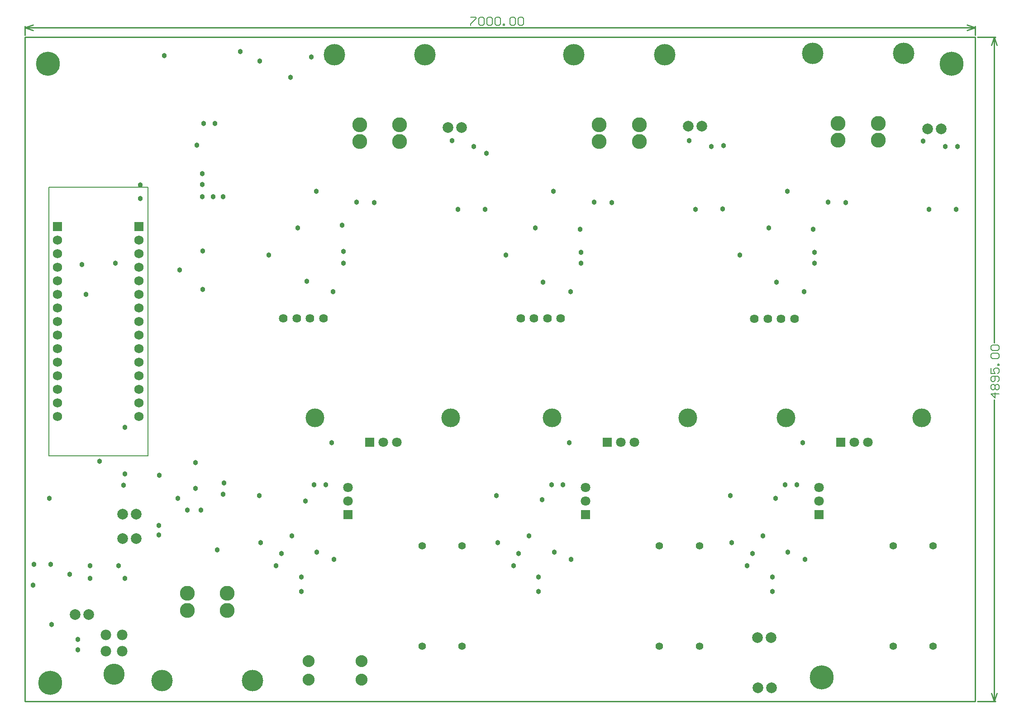
<source format=gbs>
G04*
G04 #@! TF.GenerationSoftware,Altium Limited,Altium Designer,21.9.2 (33)*
G04*
G04 Layer_Color=16711935*
%FSLAX25Y25*%
%MOIN*%
G70*
G04*
G04 #@! TF.SameCoordinates,20C0D9CC-F100-46A5-AC51-F6AD6B347EFB*
G04*
G04*
G04 #@! TF.FilePolarity,Negative*
G04*
G01*
G75*
%ADD12C,0.01000*%
%ADD15C,0.00500*%
%ADD17C,0.00600*%
%ADD50C,0.03800*%
%ADD64C,0.07887*%
%ADD65C,0.06400*%
%ADD66C,0.10958*%
%ADD67C,0.15800*%
%ADD68C,0.17729*%
%ADD69C,0.06824*%
%ADD70R,0.06824X0.06824*%
%ADD71C,0.07800*%
%ADD72C,0.15600*%
%ADD73C,0.05524*%
%ADD74C,0.13800*%
%ADD75R,0.07099X0.07099*%
%ADD76C,0.07099*%
%ADD77R,0.07099X0.07099*%
%ADD78C,0.08800*%
D12*
Y0D02*
Y489500D01*
X700000D01*
Y0D02*
Y489500D01*
X0Y0D02*
X700000D01*
X712000Y6000D02*
X714000Y0D01*
X716000Y6000D01*
X714000Y489500D02*
X716000Y483500D01*
X712000D02*
X714000Y489500D01*
Y0D02*
Y222056D01*
Y264244D02*
Y489500D01*
X701500Y0D02*
X715000D01*
X701500Y489500D02*
X715000D01*
X0Y496500D02*
X6000Y498500D01*
X0Y496500D02*
X6000Y494500D01*
X694000D02*
X700000Y496500D01*
X694000Y498500D02*
X700000Y496500D01*
X0D02*
X700000D01*
X0D02*
X700000D01*
X0Y491000D02*
Y497500D01*
X700000Y491000D02*
Y497500D01*
D15*
X17504Y181004D02*
X90496D01*
Y378996D01*
X17504D02*
X90496D01*
X17504Y181004D02*
Y378996D01*
Y181004D02*
X90496D01*
Y378996D01*
X17504D02*
X90496D01*
X17504Y181004D02*
Y378996D01*
D17*
X717599Y226655D02*
X711601D01*
X714600Y223656D01*
Y227655D01*
X712601Y229654D02*
X711601Y230654D01*
Y232653D01*
X712601Y233653D01*
X713600D01*
X714600Y232653D01*
X715600Y233653D01*
X716599D01*
X717599Y232653D01*
Y230654D01*
X716599Y229654D01*
X715600D01*
X714600Y230654D01*
X713600Y229654D01*
X712601D01*
X714600Y230654D02*
Y232653D01*
X716599Y235652D02*
X717599Y236652D01*
Y238651D01*
X716599Y239651D01*
X712601D01*
X711601Y238651D01*
Y236652D01*
X712601Y235652D01*
X713600D01*
X714600Y236652D01*
Y239651D01*
X711601Y245649D02*
Y241651D01*
X714600D01*
X713600Y243650D01*
Y244650D01*
X714600Y245649D01*
X716599D01*
X717599Y244650D01*
Y242650D01*
X716599Y241651D01*
X717599Y247649D02*
X716599D01*
Y248648D01*
X717599D01*
Y247649D01*
X712601Y252647D02*
X711601Y253647D01*
Y255646D01*
X712601Y256646D01*
X716599D01*
X717599Y255646D01*
Y253647D01*
X716599Y252647D01*
X712601D01*
Y258645D02*
X711601Y259645D01*
Y261644D01*
X712601Y262644D01*
X716599D01*
X717599Y261644D01*
Y259645D01*
X716599Y258645D01*
X712601D01*
X328100Y504098D02*
X332099D01*
Y503098D01*
X328100Y499100D01*
Y498100D01*
X334098Y503098D02*
X335098Y504098D01*
X337097D01*
X338097Y503098D01*
Y499100D01*
X337097Y498100D01*
X335098D01*
X334098Y499100D01*
Y503098D01*
X340096D02*
X341096Y504098D01*
X343095D01*
X344095Y503098D01*
Y499100D01*
X343095Y498100D01*
X341096D01*
X340096Y499100D01*
Y503098D01*
X346094D02*
X347094Y504098D01*
X349093D01*
X350093Y503098D01*
Y499100D01*
X349093Y498100D01*
X347094D01*
X346094Y499100D01*
Y503098D01*
X352092Y498100D02*
Y499100D01*
X353092D01*
Y498100D01*
X352092D01*
X357091Y503098D02*
X358090Y504098D01*
X360090D01*
X361089Y503098D01*
Y499100D01*
X360090Y498100D01*
X358090D01*
X357091Y499100D01*
Y503098D01*
X363089D02*
X364088Y504098D01*
X366088D01*
X367087Y503098D01*
Y499100D01*
X366088Y498100D01*
X364088D01*
X363089Y499100D01*
Y503098D01*
D50*
X581500Y323000D02*
D03*
Y330760D02*
D03*
X234500Y331500D02*
D03*
Y323000D02*
D03*
X409500D02*
D03*
Y331000D02*
D03*
X233500Y351000D02*
D03*
X409000Y348000D02*
D03*
X580500D02*
D03*
X340000Y404000D02*
D03*
X173000Y472000D02*
D03*
X158500Y479000D02*
D03*
X206500Y147500D02*
D03*
X381000Y148500D02*
D03*
X553000Y149500D02*
D03*
X179461Y329000D02*
D03*
X99000Y166500D02*
D03*
X112500Y149500D02*
D03*
X72681Y159181D02*
D03*
X54931Y176931D02*
D03*
X141500Y111500D02*
D03*
X98500Y129500D02*
D03*
Y122500D02*
D03*
X129500Y141000D02*
D03*
X125500Y157000D02*
D03*
X146000Y152500D02*
D03*
X146500Y161000D02*
D03*
X19000Y101000D02*
D03*
X33000Y93500D02*
D03*
X18000Y149500D02*
D03*
X69000Y100000D02*
D03*
X73500Y90500D02*
D03*
X48000Y100000D02*
D03*
Y90500D02*
D03*
X6000Y85500D02*
D03*
X45000Y300000D02*
D03*
X6500Y101000D02*
D03*
X19500Y56500D02*
D03*
X39000Y45500D02*
D03*
Y38000D02*
D03*
X131000Y332000D02*
D03*
Y303500D02*
D03*
X114000Y318000D02*
D03*
X119500Y141000D02*
D03*
X553500Y309000D02*
D03*
X125500Y176000D02*
D03*
X381500Y309000D02*
D03*
X207500Y309500D02*
D03*
X73500Y167500D02*
D03*
X66500Y323000D02*
D03*
X42000Y322000D02*
D03*
X73500Y202000D02*
D03*
X172461Y151520D02*
D03*
X85000Y370500D02*
D03*
Y380500D02*
D03*
X514500Y409500D02*
D03*
X375819Y349000D02*
D03*
X526500Y329000D02*
D03*
X354319D02*
D03*
X432158Y367433D02*
D03*
X419158Y367933D02*
D03*
X401819Y302000D02*
D03*
X400819Y190500D02*
D03*
X505569Y408931D02*
D03*
X389319Y376000D02*
D03*
X493819Y362500D02*
D03*
X513816Y362720D02*
D03*
X548000Y349000D02*
D03*
X200961Y349020D02*
D03*
X226961Y302020D02*
D03*
X687000Y409000D02*
D03*
X145762Y371800D02*
D03*
X138500D02*
D03*
X130500D02*
D03*
Y380883D02*
D03*
Y389000D02*
D03*
X195500Y460000D02*
D03*
X211000Y475000D02*
D03*
X102500Y476000D02*
D03*
X140000Y426000D02*
D03*
X131500D02*
D03*
X126500Y410000D02*
D03*
X389819Y110000D02*
D03*
X378319Y91500D02*
D03*
X348319Y117000D02*
D03*
X359819Y100000D02*
D03*
X363657Y108933D02*
D03*
X184961Y100020D02*
D03*
X188799Y108953D02*
D03*
X203461Y81020D02*
D03*
X221461Y159520D02*
D03*
X212961D02*
D03*
X225961Y190520D02*
D03*
X338961Y362520D02*
D03*
X330653Y408910D02*
D03*
X314400Y413200D02*
D03*
X318961Y362520D02*
D03*
X214461Y376020D02*
D03*
X257242Y367413D02*
D03*
X203461Y91520D02*
D03*
X173461Y117020D02*
D03*
X196461Y122020D02*
D03*
X227461Y104520D02*
D03*
X214961Y110020D02*
D03*
X378319Y81000D02*
D03*
X396319Y159500D02*
D03*
X387819D02*
D03*
X371319Y122000D02*
D03*
X347319Y151500D02*
D03*
X402319Y104500D02*
D03*
X489316Y413221D02*
D03*
X244241Y367913D02*
D03*
X520500Y117000D02*
D03*
X519500Y151500D02*
D03*
X573000Y190500D02*
D03*
X568500Y159500D02*
D03*
X560000D02*
D03*
X543500Y122000D02*
D03*
X550500Y81000D02*
D03*
Y91500D02*
D03*
X532000Y100000D02*
D03*
X536000Y109000D02*
D03*
X562000Y110000D02*
D03*
X574500Y104500D02*
D03*
X561500Y376000D02*
D03*
X574000Y302000D02*
D03*
X604500Y367500D02*
D03*
X591500Y368000D02*
D03*
X686000Y362500D02*
D03*
X666000D02*
D03*
X677753Y408710D02*
D03*
X661500Y413000D02*
D03*
D64*
X72000Y120000D02*
D03*
X82000D02*
D03*
X72000Y138000D02*
D03*
X82000D02*
D03*
X488500Y424000D02*
D03*
X498500D02*
D03*
X311500Y423000D02*
D03*
X321500D02*
D03*
X675000Y422000D02*
D03*
X665000D02*
D03*
X540000Y10000D02*
D03*
X550000D02*
D03*
X539500Y47000D02*
D03*
X549500D02*
D03*
X47000Y64000D02*
D03*
X37000D02*
D03*
D65*
X394658Y282221D02*
D03*
X384816D02*
D03*
X374974D02*
D03*
X365132D02*
D03*
X219742Y282200D02*
D03*
X209900D02*
D03*
X200058D02*
D03*
X190216D02*
D03*
X566842Y282000D02*
D03*
X557000D02*
D03*
X547158D02*
D03*
X537316D02*
D03*
D66*
X599000Y426000D02*
D03*
X628500Y413480D02*
D03*
X599000D02*
D03*
X628500Y426000D02*
D03*
X423000Y425000D02*
D03*
X452500Y412480D02*
D03*
X423000D02*
D03*
X452500Y425000D02*
D03*
X246500D02*
D03*
X276000Y412480D02*
D03*
X246500D02*
D03*
X276000Y425000D02*
D03*
X119500Y67000D02*
D03*
X149000Y79520D02*
D03*
X119500D02*
D03*
X149000Y67000D02*
D03*
D67*
X580299Y477693D02*
D03*
X647201D02*
D03*
X404299Y476693D02*
D03*
X471201D02*
D03*
X227799D02*
D03*
X294701D02*
D03*
X100799Y15307D02*
D03*
X167701D02*
D03*
D68*
X17000Y470000D02*
D03*
X18500Y13500D02*
D03*
X587000Y17500D02*
D03*
X682500Y470000D02*
D03*
D69*
X84000Y210000D02*
D03*
X24000D02*
D03*
X84000Y220000D02*
D03*
X24000D02*
D03*
X84000Y230000D02*
D03*
X24000D02*
D03*
X84000Y240000D02*
D03*
X24000D02*
D03*
X84000Y250000D02*
D03*
X24000D02*
D03*
X84000Y260000D02*
D03*
X24000D02*
D03*
X84000Y270000D02*
D03*
X24000D02*
D03*
X84000Y280000D02*
D03*
X24000D02*
D03*
X84000Y290000D02*
D03*
X24000D02*
D03*
X84000Y300000D02*
D03*
X24000D02*
D03*
X84000Y310000D02*
D03*
X24000D02*
D03*
X84000Y320000D02*
D03*
X24000D02*
D03*
X84000Y330000D02*
D03*
X24000D02*
D03*
X84000Y340000D02*
D03*
X24000D02*
D03*
D70*
X84000Y350000D02*
D03*
X24000D02*
D03*
D71*
X59700Y48800D02*
D03*
X71500D02*
D03*
Y37000D02*
D03*
X59700D02*
D03*
D72*
X65600Y20000D02*
D03*
D73*
X292433Y40520D02*
D03*
X321961D02*
D03*
X639472Y40500D02*
D03*
X669000D02*
D03*
X321988Y114520D02*
D03*
X292461D02*
D03*
X496846Y114500D02*
D03*
X467319D02*
D03*
X467291Y40500D02*
D03*
X496819D02*
D03*
X669028Y114500D02*
D03*
X639500D02*
D03*
D74*
X313461Y209020D02*
D03*
X213461D02*
D03*
X488319Y209000D02*
D03*
X388319D02*
D03*
X660500D02*
D03*
X560500D02*
D03*
D75*
X585000Y137500D02*
D03*
X412819D02*
D03*
X237961Y137520D02*
D03*
D76*
X585000Y157500D02*
D03*
Y147500D02*
D03*
X611000Y191000D02*
D03*
X621000D02*
D03*
X237961Y147520D02*
D03*
X412819Y147500D02*
D03*
Y157500D02*
D03*
X448819Y191000D02*
D03*
X438819D02*
D03*
X237961Y157520D02*
D03*
X273961Y191020D02*
D03*
X263961D02*
D03*
D77*
X601000Y191000D02*
D03*
X428819D02*
D03*
X253961Y191020D02*
D03*
D78*
X248000Y29500D02*
D03*
X209000D02*
D03*
Y16000D02*
D03*
X248000D02*
D03*
M02*

</source>
